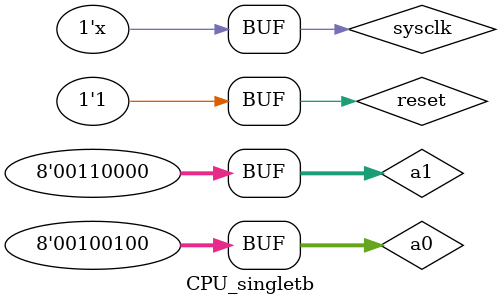
<source format=v>
`timescale 1ns/1ns
module CPU_singletb;
reg reset,sysclk,UART_RX;
wire [7:0] led;
reg [7:0] switch;
wire [6:0] digi_out1,digi_out2,digi_out3,digi_out4;
wire UART_TX;
reg [7:0] a0,a1;
CPU_single CPU1(sysclk,reset,led,switch,digi_out1,digi_out2,digi_out3,digi_out4,UART_RX,UART_TX);
initial begin
reset=1;
sysclk=0;
a0=8'b00100100;//32
a1=8'b00110000;//48
UART_RX=1;
#23 reset=0;
#23 reset=1;
end
wire sam_clk;
reg Baud_clk;
reg [5:0]count;
reg [8:0] Count;
initial begin
Baud_clk<=0;
count<=0;
Count<=0;
end
Baud_Rate_Generator B1(.sys_clk(sysclk),.reset(reset),.sam_clk(sam_clk));
always@(posedge sam_clk or negedge reset)
begin
if(~reset) begin
Baud_clk<=0;
count<=0;
end
else begin
count<=count+1;
if(count==7) begin
Baud_clk<=~Baud_clk;
count<=0;
end
end
end

always @(posedge Baud_clk) begin
Count <= Count + 1;
if((Count >=10&&Count<20)||Count>=30) begin
UART_RX <= 1;
if(Count == 40)
Count <= 0;
end
else if(Count == 0)
UART_RX <= 0;  
else if(Count == 9)
UART_RX <= 1;
else if(Count>0&&Count<9)
UART_RX <= a0[Count - 1];
else if(Count == 20)
UART_RX <= 0;  
else if(Count == 29)
UART_RX <= 1;
else if(Count>20&&Count<29)
UART_RX <= a1[Count - 21];
end
always #50 sysclk<=~sysclk;
endmodule

</source>
